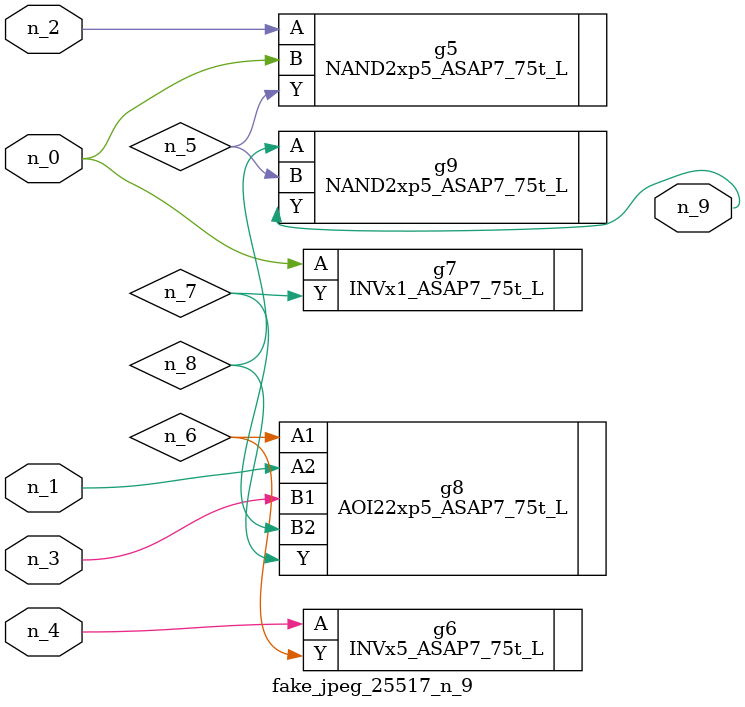
<source format=v>
module fake_jpeg_25517_n_9 (n_3, n_2, n_1, n_0, n_4, n_9);

input n_3;
input n_2;
input n_1;
input n_0;
input n_4;

output n_9;

wire n_8;
wire n_6;
wire n_5;
wire n_7;

NAND2xp5_ASAP7_75t_L g5 ( 
.A(n_2),
.B(n_0),
.Y(n_5)
);

INVx5_ASAP7_75t_L g6 ( 
.A(n_4),
.Y(n_6)
);

INVx1_ASAP7_75t_L g7 ( 
.A(n_0),
.Y(n_7)
);

AOI22xp5_ASAP7_75t_L g8 ( 
.A1(n_6),
.A2(n_1),
.B1(n_3),
.B2(n_7),
.Y(n_8)
);

NAND2xp5_ASAP7_75t_L g9 ( 
.A(n_8),
.B(n_5),
.Y(n_9)
);


endmodule
</source>
